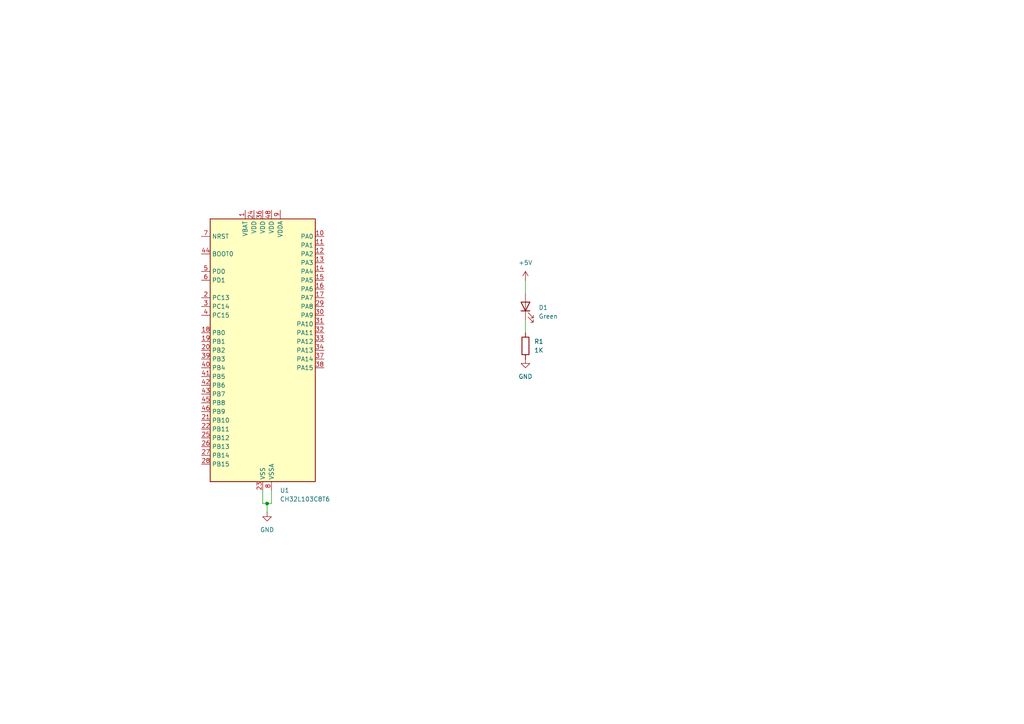
<source format=kicad_sch>
(kicad_sch (version 20250114) (generator "eeschema") (generator_version "9.0")
  (paper "A4")
  (title_block (title "Specimen Product (BKSP-XXXX)") (date "2025-04-17") (rev "A") (company "B4CKSP4CE") (comment 1 "CERN-OHL-S") (comment 2 "@kkpolsky"))
  (lib_symbols
    (symbol "BKSP:MCU_CH32L103C8T6"
      (property "Reference" "U" (at -15.24 39.37 0))
      (property "Value" "CH32L103C8T6" (at 7.62 39.37 0))
      (symbol "MCU_CH32L103C8T6_0_1"
        (rectangle (start -15.24 -38.1) (end 15.24 38.1) (stroke (width 0.254)) (fill (type background)))
      )
      (symbol "MCU_CH32L103C8T6_1_1"
        (pin input line (at -17.78 33.02 0) (length 2.54) (name "NRST") (number "7"))
        (pin input line (at -17.78 27.94 0) (length 2.54) (name "BOOT0") (number "44"))
        (pin bidirectional line (at -17.78 22.86 0) (length 2.54) (name "PD0") (number "5"))
        (pin bidirectional line (at -17.78 20.32 0) (length 2.54) (name "PD1") (number "6"))
        (pin bidirectional line (at -17.78 15.24 0) (length 2.54) (name "PC13") (number "2"))
        (pin bidirectional line (at -17.78 12.7 0) (length 2.54) (name "PC14") (number "3"))
        (pin bidirectional line (at -17.78 10.16 0) (length 2.54) (name "PC15") (number "4"))
        (pin bidirectional line (at -17.78 5.08 0) (length 2.54) (name "PB0") (number "18"))
        (pin bidirectional line (at -17.78 2.54 0) (length 2.54) (name "PB1") (number "19"))
        (pin bidirectional line (at -17.78 0 0) (length 2.54) (name "PB2") (number "20"))
        (pin bidirectional line (at -17.78 -2.54 0) (length 2.54) (name "PB3") (number "39"))
        (pin bidirectional line (at -17.78 -5.08 0) (length 2.54) (name "PB4") (number "40"))
        (pin bidirectional line (at -17.78 -7.62 0) (length 2.54) (name "PB5") (number "41"))
        (pin bidirectional line (at -17.78 -10.16 0) (length 2.54) (name "PB6") (number "42"))
        (pin bidirectional line (at -17.78 -12.7 0) (length 2.54) (name "PB7") (number "43"))
        (pin bidirectional line (at -17.78 -15.24 0) (length 2.54) (name "PB8") (number "45"))
        (pin bidirectional line (at -17.78 -17.78 0) (length 2.54) (name "PB9") (number "46"))
        (pin bidirectional line (at -17.78 -20.32 0) (length 2.54) (name "PB10") (number "21"))
        (pin bidirectional line (at -17.78 -22.86 0) (length 2.54) (name "PB11") (number "22"))
        (pin bidirectional line (at -17.78 -25.4 0) (length 2.54) (name "PB12") (number "25"))
        (pin bidirectional line (at -17.78 -27.94 0) (length 2.54) (name "PB13") (number "26"))
        (pin bidirectional line (at -17.78 -30.48 0) (length 2.54) (name "PB14") (number "27"))
        (pin bidirectional line (at -17.78 -33.02 0) (length 2.54) (name "PB15") (number "28"))
        (pin power_in line (at -5.08 40.64 270) (length 2.54) (name "VBAT") (number "1"))
        (pin power_in line (at -2.54 40.64 270) (length 2.54) (name "VDD") (number "24"))
        (pin power_in line (at 0 40.64 270) (length 2.54) (name "VDD") (number "36"))
        (pin power_in line (at 0 -40.64 90) (length 2.54) (name "VSS") (number "23"))
        (pin passive line (at 0 -40.64 90) (length 2.54) (hide yes) (name "VSS") (number "35"))
        (pin passive line (at 0 -40.64 90) (length 2.54) (hide yes) (name "VSS") (number "47"))
        (pin power_in line (at 2.54 40.64 270) (length 2.54) (name "VDD") (number "48"))
        (pin power_in line (at 2.54 -40.64 90) (length 2.54) (name "VSSA") (number "8"))
        (pin power_in line (at 5.08 40.64 270) (length 2.54) (name "VDDA") (number "9"))
        (pin bidirectional line (at 17.78 33.02 180) (length 2.54) (name "PA0") (number "10"))
        (pin bidirectional line (at 17.78 30.48 180) (length 2.54) (name "PA1") (number "11"))
        (pin bidirectional line (at 17.78 27.94 180) (length 2.54) (name "PA2") (number "12"))
        (pin bidirectional line (at 17.78 25.4 180) (length 2.54) (name "PA3") (number "13"))
        (pin bidirectional line (at 17.78 22.86 180) (length 2.54) (name "PA4") (number "14"))
        (pin bidirectional line (at 17.78 20.32 180) (length 2.54) (name "PA5") (number "15"))
        (pin bidirectional line (at 17.78 17.78 180) (length 2.54) (name "PA6") (number "16"))
        (pin bidirectional line (at 17.78 15.24 180) (length 2.54) (name "PA7") (number "17"))
        (pin bidirectional line (at 17.78 12.7 180) (length 2.54) (name "PA8") (number "29"))
        (pin bidirectional line (at 17.78 10.16 180) (length 2.54) (name "PA9") (number "30"))
        (pin bidirectional line (at 17.78 7.62 180) (length 2.54) (name "PA10") (number "31"))
        (pin bidirectional line (at 17.78 5.08 180) (length 2.54) (name "PA11") (number "32"))
        (pin bidirectional line (at 17.78 2.54 180) (length 2.54) (name "PA12") (number "33"))
        (pin bidirectional line (at 17.78 0 180) (length 2.54) (name "PA13") (number "34"))
        (pin bidirectional line (at 17.78 -2.54 180) (length 2.54) (name "PA14") (number "37"))
        (pin bidirectional line (at 17.78 -5.08 180) (length 2.54) (name "PA15") (number "38"))
      )
    )
    (symbol "Device:LED" (pin_numbers (hide yes)) (pin_names (offset 1.016) (hide yes))
      (property "Reference" "D" (at 0 2.54 0))
      (property "Value" "LED" (at 0 -2.54 0))
      (symbol "LED_0_1"
        (polyline (pts (xy -3.048 -0.762) (xy -4.572 -2.286) (xy -3.81 -2.286) (xy -4.572 -2.286) (xy -4.572 -1.524)))
        (polyline (pts (xy -1.778 -0.762) (xy -3.302 -2.286) (xy -2.54 -2.286) (xy -3.302 -2.286) (xy -3.302 -1.524)))
        (polyline (pts (xy -1.27 0) (xy 1.27 0)))
        (polyline (pts (xy -1.27 -1.27) (xy -1.27 1.27)) (stroke (width 0.254)))
        (polyline (pts (xy 1.27 -1.27) (xy 1.27 1.27) (xy -1.27 0) (xy 1.27 -1.27)) (stroke (width 0.254)))
      )
      (symbol "LED_1_1"
        (pin passive line (at -3.81 0 0) (length 2.54) (name "K") (number "1"))
        (pin passive line (at 3.81 0 180) (length 2.54) (name "A") (number "2"))
      )
    )
    (symbol "Device:R" (pin_numbers (hide yes)) (pin_names (offset 0))
      (property "Reference" "R" (at 2.032 0 90))
      (property "Value" "R" (at 0 0 90))
      (symbol "R_0_1"
        (rectangle (start -1.016 -2.54) (end 1.016 2.54) (stroke (width 0.254)))
      )
      (symbol "R_1_1"
        (pin passive line (at 0 3.81 270) (length 1.27) (name "~") (number "1"))
        (pin passive line (at 0 -3.81 90) (length 1.27) (name "~") (number "2"))
      )
    )
    (symbol "power:+5V" (power) (pin_numbers (hide yes)) (pin_names (offset 0) (hide yes))
      (property "Value" "+5V" (at 0 3.556 0))
      (symbol "+5V_0_1"
        (polyline (pts (xy -0.762 1.27) (xy 0 2.54)))
        (polyline (pts (xy 0 2.54) (xy 0.762 1.27)))
        (polyline (pts (xy 0 0) (xy 0 2.54)))
      )
      (symbol "+5V_1_1"
        (pin power_in line (at 0 0 90) (length 0) (name "~") (number "1"))
      )
    )
    (symbol "power:GND" (power) (pin_numbers (hide yes)) (pin_names (offset 0) (hide yes))
      (property "Value" "GND" (at 0 -3.81 0))
      (symbol "GND_0_1"
        (polyline (pts (xy 0 0) (xy 0 -1.27) (xy 1.27 -1.27) (xy 0 -2.54) (xy -1.27 -1.27) (xy 0 -1.27)))
      )
      (symbol "GND_1_1"
        (pin power_in line (at 0 0 270) (length 0) (name "~") (number "1"))
      )
    )
  )
  (junction (at 77.47 146.05))
  (wire (pts (xy 76.2 146.05) (xy 76.2 142.24)))
  (wire (pts (xy 78.74 146.05) (xy 77.47 146.05)))
  (wire (pts (xy 77.47 146.05) (xy 76.2 146.05)))
  (wire (pts (xy 152.4 85.09) (xy 152.4 81.28)))
  (wire (pts (xy 152.4 96.52) (xy 152.4 92.71)))
  (wire (pts (xy 77.47 148.59) (xy 77.47 146.05)))
  (wire (pts (xy 78.74 142.24) (xy 78.74 146.05)))
  (symbol (lib_id "BKSP:MCU_CH32L103C8T6") (at 76.2 101.6 0) (unit 1)
    (property "Reference" "U1" (at 81.1863 142.24 0) (effects (justify left)))
    (property "Value" "CH32L103C8T6" (at 81.1863 144.78 0) (effects (justify left)))
    (property "Footprint" "Package_QFP:LQFP-48_7x7mm_P0.5mm" (effects (hide yes)))
    (property "Datasheet" "https://www.wch-ic.com/downloads/CH32L103DS0_PDF.html" (effects (hide yes)))
    (property "Description" "32-bit PDUSB Low-power MCU CH32L103" (effects (hide yes)))
  )
  (symbol (lib_id "Device:LED") (at 152.4 88.9 90) (unit 1)
    (property "Reference" "D1" (at 156.21 89.2175 90) (effects (justify right)))
    (property "Value" "Green" (at 156.21 91.7575 90) (effects (justify right)))
    (property "Footprint" "LED_SMD:LED_1206_3216Metric" (effects (hide yes)))
    (property "Description" "Light emitting diode" (effects (hide yes)))
    (property "Sim.Pins" "1=K 2=A" (effects (hide yes)))
  )
  (symbol (lib_id "Device:R") (at 152.4 100.33 0) (unit 1)
    (property "Reference" "R1" (at 154.94 99.06 0) (effects (justify left)))
    (property "Value" "1K" (at 154.94 101.6 0) (effects (justify left)))
    (property "Footprint" "Resistor_SMD:R_0805_2012Metric" (effects (hide yes)))
    (property "Description" "Resistor" (effects (hide yes)))
  )
  (symbol (lib_id "power:+5V") (at 152.4 81.28 0) (unit 1)
    (property "Reference" "#PWR02" (effects (hide yes)))
    (property "Value" "+5V" (at 152.4 76.2 0))
    (property "Description" "Power symbol creates a global label with name \"+5V\"" (effects (hide yes)))
  )
  (symbol (lib_id "power:GND") (at 152.4 104.14 0) (unit 1)
    (property "Reference" "#PWR01" (effects (hide yes)))
    (property "Value" "GND" (at 152.4 109.22 0))
    (property "Description" "Power symbol creates a global label with name \"GND\" , ground" (effects (hide yes)))
  )
  (symbol (lib_id "power:GND") (at 77.47 148.59 0) (unit 1)
    (property "Reference" "#PWR03" (effects (hide yes)))
    (property "Value" "GND" (at 77.47 153.67 0))
    (property "Description" "Power symbol creates a global label with name \"GND\" , ground" (effects (hide yes)))
  )
)
</source>
